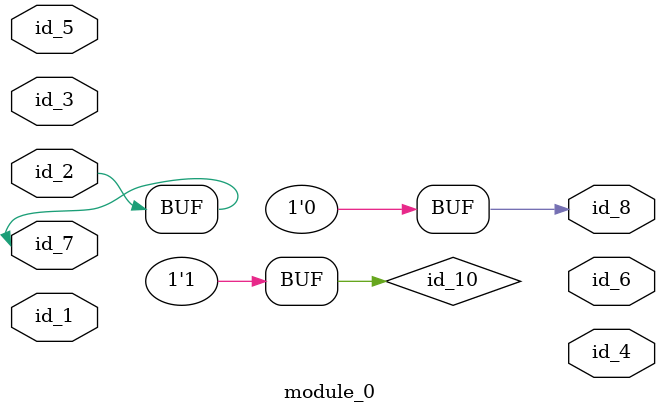
<source format=v>
module module_0 (
    id_1,
    id_2,
    id_3,
    id_4,
    id_5,
    id_6,
    id_7,
    id_8
);
  output wire id_8;
  inout wire id_7;
  output wire id_6;
  input wire id_5;
  output wire id_4;
  inout wire id_3;
  input wire id_2;
  input wire id_1;
  wire id_9;
  assign id_7 = id_2;
  wire id_10 = 1 && 1, id_11, id_12;
  wire id_13;
  assign id_8 = 1'b0;
endmodule
module module_1;
  wire id_1;
  module_0 modCall_1 (
      id_1,
      id_1,
      id_1,
      id_1,
      id_1,
      id_1,
      id_1,
      id_1
  );
  wire id_2;
endmodule

</source>
